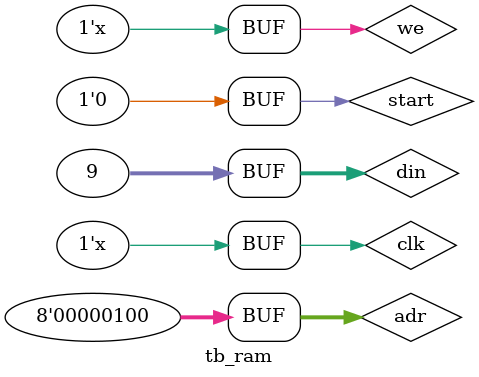
<source format=v>
`timescale 1ns / 1ps


module tb_ram();
    
     reg         clk, we, start;
    reg[31:0]   din;
    reg[7:0]    adr;
    wire[31:0]  dout;
    
    ram RAMTEST
    (
        .clk(clk),
        .we(we),
        .start(start),
        .adr(adr),
        .din(din),
        .dout(dout)
    );
    
    
    initial
    begin
       clk = 1'd0;
       we = 1'd0; 
       din = 32'd0;
       adr = 5'd0;
       start = 1'd1;
    end
    
    always
    #3 clk = !clk;
   
   always
   #8 we = !we;
   
   initial
   begin
       #5 start = 1'd0;
       #5 adr = 8'd1; din = 32'd50;
       #20 adr = 8'd2; din = 32'd2;
       #10 adr = 8'd3; din = 32'd7;
       #10 adr = 8'd4; din = 32'd9;
       
       
    
    end
    
endmodule

</source>
